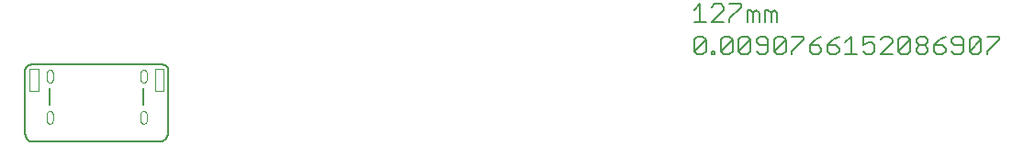
<source format=gto>
G75*
G70*
%OFA0B0*%
%FSLAX24Y24*%
%IPPOS*%
%LPD*%
%AMOC8*
5,1,8,0,0,1.08239X$1,22.5*
%
%ADD10C,0.0060*%
%ADD11C,0.0050*%
%ADD12C,0.0040*%
%ADD13C,0.0080*%
%ADD14C,0.0004*%
D10*
X031515Y003811D02*
X031942Y004238D01*
X031942Y003811D01*
X031835Y003705D01*
X031622Y003705D01*
X031515Y003811D01*
X031515Y004238D01*
X031622Y004345D01*
X031835Y004345D01*
X031942Y004238D01*
X032482Y004238D02*
X032589Y004345D01*
X032802Y004345D01*
X032909Y004238D01*
X032482Y003811D01*
X032589Y003705D01*
X032802Y003705D01*
X032909Y003811D01*
X032909Y004238D01*
X033126Y004238D02*
X033233Y004345D01*
X033447Y004345D01*
X033553Y004238D01*
X033126Y003811D01*
X033233Y003705D01*
X033447Y003705D01*
X033553Y003811D01*
X033553Y004238D01*
X033771Y004238D02*
X033878Y004345D01*
X034091Y004345D01*
X034198Y004238D01*
X034198Y003811D01*
X034091Y003705D01*
X033878Y003705D01*
X033771Y003811D01*
X034416Y003811D02*
X034522Y003705D01*
X034736Y003705D01*
X034843Y003811D01*
X034843Y004238D01*
X034416Y003811D01*
X034416Y004238D01*
X034522Y004345D01*
X034736Y004345D01*
X034843Y004238D01*
X035060Y004345D02*
X035487Y004345D01*
X035487Y004238D01*
X035060Y003811D01*
X035060Y003705D01*
X035705Y003811D02*
X035811Y003705D01*
X036025Y003705D01*
X036132Y003811D01*
X036132Y003918D01*
X036025Y004025D01*
X035705Y004025D01*
X035705Y003811D01*
X035705Y004025D02*
X035918Y004238D01*
X036132Y004345D01*
X036349Y004025D02*
X036563Y004238D01*
X036776Y004345D01*
X036994Y004132D02*
X037207Y004345D01*
X037207Y003705D01*
X036994Y003705D02*
X037421Y003705D01*
X037638Y003811D02*
X037745Y003705D01*
X037959Y003705D01*
X038065Y003811D01*
X038065Y004025D01*
X037959Y004132D01*
X037852Y004132D01*
X037638Y004025D01*
X037638Y004345D01*
X038065Y004345D01*
X038283Y004238D02*
X038390Y004345D01*
X038603Y004345D01*
X038710Y004238D01*
X038710Y004132D01*
X038283Y003705D01*
X038710Y003705D01*
X038927Y003811D02*
X039034Y003705D01*
X039248Y003705D01*
X039354Y003811D01*
X039354Y004238D01*
X038927Y003811D01*
X038927Y004238D01*
X039034Y004345D01*
X039248Y004345D01*
X039354Y004238D01*
X039572Y004238D02*
X039679Y004345D01*
X039892Y004345D01*
X039999Y004238D01*
X039999Y004132D01*
X039892Y004025D01*
X039679Y004025D01*
X039572Y004132D01*
X039572Y004238D01*
X039679Y004025D02*
X039572Y003918D01*
X039572Y003811D01*
X039679Y003705D01*
X039892Y003705D01*
X039999Y003811D01*
X039999Y003918D01*
X039892Y004025D01*
X040216Y004025D02*
X040537Y004025D01*
X040643Y003918D01*
X040643Y003811D01*
X040537Y003705D01*
X040323Y003705D01*
X040216Y003811D01*
X040216Y004025D01*
X040430Y004238D01*
X040643Y004345D01*
X040861Y004238D02*
X040861Y004132D01*
X040968Y004025D01*
X041288Y004025D01*
X041288Y004238D02*
X041181Y004345D01*
X040968Y004345D01*
X040861Y004238D01*
X041288Y004238D02*
X041288Y003811D01*
X041181Y003705D01*
X040968Y003705D01*
X040861Y003811D01*
X041506Y003811D02*
X041612Y003705D01*
X041826Y003705D01*
X041933Y003811D01*
X041933Y004238D01*
X041506Y003811D01*
X041506Y004238D01*
X041612Y004345D01*
X041826Y004345D01*
X041933Y004238D01*
X042150Y004345D02*
X042577Y004345D01*
X042577Y004238D01*
X042150Y003811D01*
X042150Y003705D01*
X036776Y003811D02*
X036669Y003705D01*
X036456Y003705D01*
X036349Y003811D01*
X036349Y004025D01*
X036669Y004025D01*
X036776Y003918D01*
X036776Y003811D01*
X034198Y004025D02*
X033878Y004025D01*
X033771Y004132D01*
X033771Y004238D01*
X033126Y004238D02*
X033126Y003811D01*
X032482Y003811D02*
X032482Y004238D01*
X032266Y003811D02*
X032266Y003705D01*
X032160Y003705D01*
X032160Y003811D01*
X032266Y003811D01*
X032160Y004886D02*
X032587Y005313D01*
X032587Y005419D01*
X032480Y005526D01*
X032266Y005526D01*
X032160Y005419D01*
X031729Y005526D02*
X031729Y004886D01*
X031942Y004886D02*
X031515Y004886D01*
X032160Y004886D02*
X032587Y004886D01*
X032804Y004886D02*
X032804Y004992D01*
X033231Y005419D01*
X033231Y005526D01*
X032804Y005526D01*
X033449Y005313D02*
X033555Y005313D01*
X033662Y005206D01*
X033769Y005313D01*
X033876Y005206D01*
X033876Y004886D01*
X033662Y004886D02*
X033662Y005206D01*
X033449Y005313D02*
X033449Y004886D01*
X034093Y004886D02*
X034093Y005313D01*
X034200Y005313D01*
X034307Y005206D01*
X034414Y005313D01*
X034520Y005206D01*
X034520Y004886D01*
X034307Y004886D02*
X034307Y005206D01*
X031729Y005526D02*
X031515Y005313D01*
D11*
X007231Y003125D02*
X007231Y000825D01*
X007233Y000791D01*
X007239Y000758D01*
X007248Y000726D01*
X007261Y000695D01*
X007277Y000665D01*
X007296Y000638D01*
X007319Y000613D01*
X007344Y000590D01*
X007371Y000571D01*
X007401Y000555D01*
X007432Y000542D01*
X007464Y000533D01*
X007497Y000527D01*
X007531Y000525D01*
X012081Y000525D01*
X012118Y000527D01*
X012154Y000533D01*
X012189Y000542D01*
X012223Y000555D01*
X012256Y000572D01*
X012287Y000592D01*
X012315Y000615D01*
X012341Y000641D01*
X012364Y000669D01*
X012384Y000700D01*
X012401Y000733D01*
X012414Y000767D01*
X012423Y000802D01*
X012429Y000838D01*
X012431Y000875D01*
X012431Y003125D01*
X012429Y003151D01*
X012424Y003177D01*
X012416Y003202D01*
X012404Y003225D01*
X012390Y003247D01*
X012372Y003266D01*
X012353Y003284D01*
X012331Y003298D01*
X012308Y003310D01*
X012283Y003318D01*
X012257Y003323D01*
X012231Y003325D01*
X007431Y003325D01*
X007405Y003323D01*
X007379Y003318D01*
X007354Y003310D01*
X007331Y003298D01*
X007309Y003284D01*
X007290Y003266D01*
X007272Y003247D01*
X007258Y003225D01*
X007246Y003202D01*
X007238Y003177D01*
X007233Y003151D01*
X007231Y003125D01*
D12*
X007397Y003175D02*
X007714Y003175D01*
X007714Y002386D01*
X007397Y002386D01*
X007397Y003175D01*
X011948Y003175D02*
X011948Y002386D01*
X012265Y002386D01*
X012265Y003175D01*
X011948Y003175D01*
D13*
X011532Y002480D02*
X011532Y001884D01*
X008131Y001884D02*
X008131Y002480D01*
D14*
X008023Y002787D02*
X008025Y002767D01*
X008030Y002748D01*
X008039Y002730D01*
X008051Y002714D01*
X008066Y002701D01*
X008083Y002690D01*
X008101Y002683D01*
X008121Y002679D01*
X008141Y002679D01*
X008161Y002683D01*
X008179Y002690D01*
X008196Y002701D01*
X008211Y002714D01*
X008223Y002730D01*
X008232Y002748D01*
X008237Y002767D01*
X008239Y002787D01*
X008239Y003031D01*
X008237Y003051D01*
X008232Y003070D01*
X008223Y003088D01*
X008211Y003104D01*
X008196Y003117D01*
X008179Y003128D01*
X008161Y003135D01*
X008141Y003139D01*
X008121Y003139D01*
X008101Y003135D01*
X008083Y003128D01*
X008066Y003117D01*
X008051Y003104D01*
X008039Y003088D01*
X008030Y003070D01*
X008025Y003051D01*
X008023Y003031D01*
X008023Y002787D01*
X011424Y002787D02*
X011424Y003031D01*
X011426Y003051D01*
X011431Y003070D01*
X011440Y003088D01*
X011452Y003104D01*
X011467Y003117D01*
X011484Y003128D01*
X011502Y003135D01*
X011522Y003139D01*
X011542Y003139D01*
X011562Y003135D01*
X011580Y003128D01*
X011597Y003117D01*
X011612Y003104D01*
X011624Y003088D01*
X011633Y003070D01*
X011638Y003051D01*
X011640Y003031D01*
X011640Y002787D01*
X011638Y002767D01*
X011633Y002748D01*
X011624Y002730D01*
X011612Y002714D01*
X011597Y002701D01*
X011580Y002690D01*
X011562Y002683D01*
X011542Y002679D01*
X011522Y002679D01*
X011502Y002683D01*
X011484Y002690D01*
X011467Y002701D01*
X011452Y002714D01*
X011440Y002730D01*
X011431Y002748D01*
X011426Y002767D01*
X011424Y002787D01*
X011424Y001535D02*
X011424Y001291D01*
X011426Y001271D01*
X011431Y001252D01*
X011440Y001234D01*
X011452Y001218D01*
X011467Y001205D01*
X011484Y001194D01*
X011502Y001187D01*
X011522Y001183D01*
X011542Y001183D01*
X011562Y001187D01*
X011580Y001194D01*
X011597Y001205D01*
X011612Y001218D01*
X011624Y001234D01*
X011633Y001252D01*
X011638Y001271D01*
X011640Y001291D01*
X011640Y001535D01*
X011638Y001555D01*
X011633Y001574D01*
X011624Y001592D01*
X011612Y001608D01*
X011597Y001621D01*
X011580Y001632D01*
X011562Y001639D01*
X011542Y001643D01*
X011522Y001643D01*
X011502Y001639D01*
X011484Y001632D01*
X011467Y001621D01*
X011452Y001608D01*
X011440Y001592D01*
X011431Y001574D01*
X011426Y001555D01*
X011424Y001535D01*
X008239Y001535D02*
X008239Y001291D01*
X008237Y001271D01*
X008232Y001252D01*
X008223Y001234D01*
X008211Y001218D01*
X008196Y001205D01*
X008179Y001194D01*
X008161Y001187D01*
X008141Y001183D01*
X008121Y001183D01*
X008101Y001187D01*
X008083Y001194D01*
X008066Y001205D01*
X008051Y001218D01*
X008039Y001234D01*
X008030Y001252D01*
X008025Y001271D01*
X008023Y001291D01*
X008023Y001535D01*
X008025Y001555D01*
X008030Y001574D01*
X008039Y001592D01*
X008051Y001608D01*
X008066Y001621D01*
X008083Y001632D01*
X008101Y001639D01*
X008121Y001643D01*
X008141Y001643D01*
X008161Y001639D01*
X008179Y001632D01*
X008196Y001621D01*
X008211Y001608D01*
X008223Y001592D01*
X008232Y001574D01*
X008237Y001555D01*
X008239Y001535D01*
M02*

</source>
